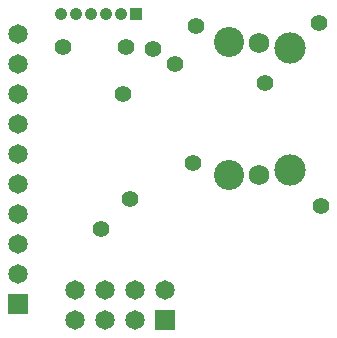
<source format=gbs>
%FSLAX25Y25*%
%MOIN*%
G70*
G01*
G75*
G04 Layer_Color=16711935*
%ADD10R,0.07874X0.01969*%
%ADD11C,0.01200*%
%ADD12C,0.04200*%
%ADD13R,0.04200X0.04200*%
%ADD14R,0.05906X0.05906*%
%ADD15C,0.05906*%
%ADD16R,0.05906X0.05906*%
%ADD17C,0.05000*%
%ADD18C,0.06299*%
%ADD19C,0.09449*%
%ADD20C,0.09843*%
%ADD21C,0.01000*%
%ADD22C,0.00787*%
%ADD23C,0.01378*%
%ADD24R,0.08474X0.02569*%
%ADD25R,0.06506X0.06506*%
%ADD26C,0.06506*%
%ADD27R,0.06506X0.06506*%
%ADD28C,0.05600*%
%ADD29C,0.06899*%
%ADD30C,0.10049*%
%ADD31C,0.10443*%
D12*
X224000Y411500D02*
D03*
X229000D02*
D03*
X234000D02*
D03*
X239000D02*
D03*
X244000D02*
D03*
D13*
X249000D02*
D03*
D25*
X209500Y315000D02*
D03*
D26*
Y325000D02*
D03*
Y345000D02*
D03*
Y355000D02*
D03*
Y365000D02*
D03*
Y375000D02*
D03*
Y385000D02*
D03*
Y395000D02*
D03*
Y405000D02*
D03*
Y335000D02*
D03*
X228500Y309500D02*
D03*
X258500Y319500D02*
D03*
X248500D02*
D03*
Y309500D02*
D03*
X238500Y319500D02*
D03*
Y309500D02*
D03*
X228500Y319500D02*
D03*
D27*
X258500Y309500D02*
D03*
D28*
X269000Y407500D02*
D03*
X310000Y408500D02*
D03*
X246750Y350000D02*
D03*
X237125Y340000D02*
D03*
X244500Y385000D02*
D03*
X224500Y400500D02*
D03*
X245500D02*
D03*
X262000Y395000D02*
D03*
X254500Y400000D02*
D03*
X310500Y347500D02*
D03*
X292000Y388500D02*
D03*
X268000Y362000D02*
D03*
D29*
X290000Y402047D02*
D03*
Y357953D02*
D03*
D30*
X279764Y357756D02*
D03*
Y402244D02*
D03*
D31*
X300236Y359724D02*
D03*
Y400276D02*
D03*
M02*

</source>
